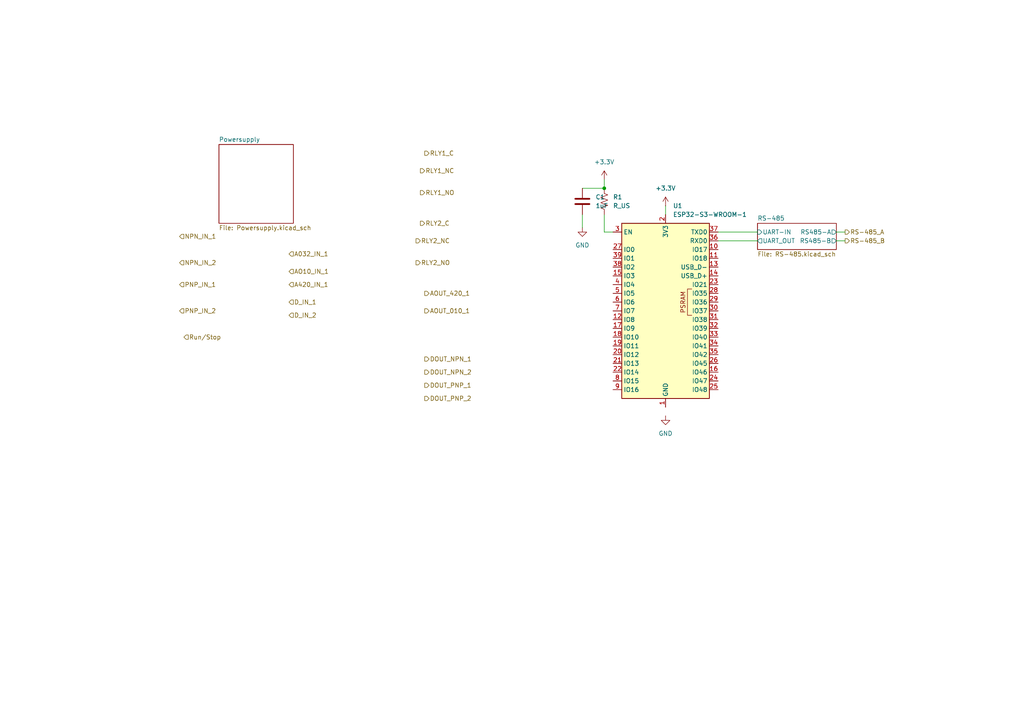
<source format=kicad_sch>
(kicad_sch
	(version 20250114)
	(generator "eeschema")
	(generator_version "9.0")
	(uuid "3208be84-ba9d-4949-a3d2-ec5a6caba55c")
	(paper "A4")
	(lib_symbols
		(symbol "Device:C"
			(pin_numbers
				(hide yes)
			)
			(pin_names
				(offset 0.254)
			)
			(exclude_from_sim no)
			(in_bom yes)
			(on_board yes)
			(property "Reference" "C"
				(at 0.635 2.54 0)
				(effects
					(font
						(size 1.27 1.27)
					)
					(justify left)
				)
			)
			(property "Value" "C"
				(at 0.635 -2.54 0)
				(effects
					(font
						(size 1.27 1.27)
					)
					(justify left)
				)
			)
			(property "Footprint" ""
				(at 0.9652 -3.81 0)
				(effects
					(font
						(size 1.27 1.27)
					)
					(hide yes)
				)
			)
			(property "Datasheet" "~"
				(at 0 0 0)
				(effects
					(font
						(size 1.27 1.27)
					)
					(hide yes)
				)
			)
			(property "Description" "Unpolarized capacitor"
				(at 0 0 0)
				(effects
					(font
						(size 1.27 1.27)
					)
					(hide yes)
				)
			)
			(property "ki_keywords" "cap capacitor"
				(at 0 0 0)
				(effects
					(font
						(size 1.27 1.27)
					)
					(hide yes)
				)
			)
			(property "ki_fp_filters" "C_*"
				(at 0 0 0)
				(effects
					(font
						(size 1.27 1.27)
					)
					(hide yes)
				)
			)
			(symbol "C_0_1"
				(polyline
					(pts
						(xy -2.032 0.762) (xy 2.032 0.762)
					)
					(stroke
						(width 0.508)
						(type default)
					)
					(fill
						(type none)
					)
				)
				(polyline
					(pts
						(xy -2.032 -0.762) (xy 2.032 -0.762)
					)
					(stroke
						(width 0.508)
						(type default)
					)
					(fill
						(type none)
					)
				)
			)
			(symbol "C_1_1"
				(pin passive line
					(at 0 3.81 270)
					(length 2.794)
					(name "~"
						(effects
							(font
								(size 1.27 1.27)
							)
						)
					)
					(number "1"
						(effects
							(font
								(size 1.27 1.27)
							)
						)
					)
				)
				(pin passive line
					(at 0 -3.81 90)
					(length 2.794)
					(name "~"
						(effects
							(font
								(size 1.27 1.27)
							)
						)
					)
					(number "2"
						(effects
							(font
								(size 1.27 1.27)
							)
						)
					)
				)
			)
			(embedded_fonts no)
		)
		(symbol "Device:R_US"
			(pin_numbers
				(hide yes)
			)
			(pin_names
				(offset 0)
			)
			(exclude_from_sim no)
			(in_bom yes)
			(on_board yes)
			(property "Reference" "R"
				(at 2.54 0 90)
				(effects
					(font
						(size 1.27 1.27)
					)
				)
			)
			(property "Value" "R_US"
				(at -2.54 0 90)
				(effects
					(font
						(size 1.27 1.27)
					)
				)
			)
			(property "Footprint" ""
				(at 1.016 -0.254 90)
				(effects
					(font
						(size 1.27 1.27)
					)
					(hide yes)
				)
			)
			(property "Datasheet" "~"
				(at 0 0 0)
				(effects
					(font
						(size 1.27 1.27)
					)
					(hide yes)
				)
			)
			(property "Description" "Resistor, US symbol"
				(at 0 0 0)
				(effects
					(font
						(size 1.27 1.27)
					)
					(hide yes)
				)
			)
			(property "ki_keywords" "R res resistor"
				(at 0 0 0)
				(effects
					(font
						(size 1.27 1.27)
					)
					(hide yes)
				)
			)
			(property "ki_fp_filters" "R_*"
				(at 0 0 0)
				(effects
					(font
						(size 1.27 1.27)
					)
					(hide yes)
				)
			)
			(symbol "R_US_0_1"
				(polyline
					(pts
						(xy 0 2.286) (xy 0 2.54)
					)
					(stroke
						(width 0)
						(type default)
					)
					(fill
						(type none)
					)
				)
				(polyline
					(pts
						(xy 0 2.286) (xy 1.016 1.905) (xy 0 1.524) (xy -1.016 1.143) (xy 0 0.762)
					)
					(stroke
						(width 0)
						(type default)
					)
					(fill
						(type none)
					)
				)
				(polyline
					(pts
						(xy 0 0.762) (xy 1.016 0.381) (xy 0 0) (xy -1.016 -0.381) (xy 0 -0.762)
					)
					(stroke
						(width 0)
						(type default)
					)
					(fill
						(type none)
					)
				)
				(polyline
					(pts
						(xy 0 -0.762) (xy 1.016 -1.143) (xy 0 -1.524) (xy -1.016 -1.905) (xy 0 -2.286)
					)
					(stroke
						(width 0)
						(type default)
					)
					(fill
						(type none)
					)
				)
				(polyline
					(pts
						(xy 0 -2.286) (xy 0 -2.54)
					)
					(stroke
						(width 0)
						(type default)
					)
					(fill
						(type none)
					)
				)
			)
			(symbol "R_US_1_1"
				(pin passive line
					(at 0 3.81 270)
					(length 1.27)
					(name "~"
						(effects
							(font
								(size 1.27 1.27)
							)
						)
					)
					(number "1"
						(effects
							(font
								(size 1.27 1.27)
							)
						)
					)
				)
				(pin passive line
					(at 0 -3.81 90)
					(length 1.27)
					(name "~"
						(effects
							(font
								(size 1.27 1.27)
							)
						)
					)
					(number "2"
						(effects
							(font
								(size 1.27 1.27)
							)
						)
					)
				)
			)
			(embedded_fonts no)
		)
		(symbol "RF_Module:ESP32-S3-WROOM-1"
			(exclude_from_sim no)
			(in_bom yes)
			(on_board yes)
			(property "Reference" "U"
				(at -12.7 26.67 0)
				(effects
					(font
						(size 1.27 1.27)
					)
				)
			)
			(property "Value" "ESP32-S3-WROOM-1"
				(at 12.7 26.67 0)
				(effects
					(font
						(size 1.27 1.27)
					)
				)
			)
			(property "Footprint" "RF_Module:ESP32-S3-WROOM-1"
				(at 0 2.54 0)
				(effects
					(font
						(size 1.27 1.27)
					)
					(hide yes)
				)
			)
			(property "Datasheet" "https://www.espressif.com/sites/default/files/documentation/esp32-s3-wroom-1_wroom-1u_datasheet_en.pdf"
				(at 0 0 0)
				(effects
					(font
						(size 1.27 1.27)
					)
					(hide yes)
				)
			)
			(property "Description" "RF Module, ESP32-S3 SoC, Wi-Fi 802.11b/g/n, Bluetooth, BLE, 32-bit, 3.3V, onboard antenna, SMD"
				(at 0 0 0)
				(effects
					(font
						(size 1.27 1.27)
					)
					(hide yes)
				)
			)
			(property "ki_keywords" "RF Radio BT ESP ESP32-S3 Espressif onboard PCB antenna"
				(at 0 0 0)
				(effects
					(font
						(size 1.27 1.27)
					)
					(hide yes)
				)
			)
			(property "ki_fp_filters" "ESP32?S3?WROOM?1*"
				(at 0 0 0)
				(effects
					(font
						(size 1.27 1.27)
					)
					(hide yes)
				)
			)
			(symbol "ESP32-S3-WROOM-1_0_0"
				(rectangle
					(start -12.7 25.4)
					(end 12.7 -25.4)
					(stroke
						(width 0.254)
						(type default)
					)
					(fill
						(type background)
					)
				)
				(text "PSRAM"
					(at 5.08 2.54 900)
					(effects
						(font
							(size 1.27 1.27)
						)
					)
				)
			)
			(symbol "ESP32-S3-WROOM-1_0_1"
				(polyline
					(pts
						(xy 7.62 -1.27) (xy 6.35 -1.27) (xy 6.35 6.35) (xy 7.62 6.35)
					)
					(stroke
						(width 0)
						(type default)
					)
					(fill
						(type none)
					)
				)
			)
			(symbol "ESP32-S3-WROOM-1_1_1"
				(pin input line
					(at -15.24 22.86 0)
					(length 2.54)
					(name "EN"
						(effects
							(font
								(size 1.27 1.27)
							)
						)
					)
					(number "3"
						(effects
							(font
								(size 1.27 1.27)
							)
						)
					)
				)
				(pin bidirectional line
					(at -15.24 17.78 0)
					(length 2.54)
					(name "IO0"
						(effects
							(font
								(size 1.27 1.27)
							)
						)
					)
					(number "27"
						(effects
							(font
								(size 1.27 1.27)
							)
						)
					)
				)
				(pin bidirectional line
					(at -15.24 15.24 0)
					(length 2.54)
					(name "IO1"
						(effects
							(font
								(size 1.27 1.27)
							)
						)
					)
					(number "39"
						(effects
							(font
								(size 1.27 1.27)
							)
						)
					)
				)
				(pin bidirectional line
					(at -15.24 12.7 0)
					(length 2.54)
					(name "IO2"
						(effects
							(font
								(size 1.27 1.27)
							)
						)
					)
					(number "38"
						(effects
							(font
								(size 1.27 1.27)
							)
						)
					)
				)
				(pin bidirectional line
					(at -15.24 10.16 0)
					(length 2.54)
					(name "IO3"
						(effects
							(font
								(size 1.27 1.27)
							)
						)
					)
					(number "15"
						(effects
							(font
								(size 1.27 1.27)
							)
						)
					)
				)
				(pin bidirectional line
					(at -15.24 7.62 0)
					(length 2.54)
					(name "IO4"
						(effects
							(font
								(size 1.27 1.27)
							)
						)
					)
					(number "4"
						(effects
							(font
								(size 1.27 1.27)
							)
						)
					)
				)
				(pin bidirectional line
					(at -15.24 5.08 0)
					(length 2.54)
					(name "IO5"
						(effects
							(font
								(size 1.27 1.27)
							)
						)
					)
					(number "5"
						(effects
							(font
								(size 1.27 1.27)
							)
						)
					)
				)
				(pin bidirectional line
					(at -15.24 2.54 0)
					(length 2.54)
					(name "IO6"
						(effects
							(font
								(size 1.27 1.27)
							)
						)
					)
					(number "6"
						(effects
							(font
								(size 1.27 1.27)
							)
						)
					)
				)
				(pin bidirectional line
					(at -15.24 0 0)
					(length 2.54)
					(name "IO7"
						(effects
							(font
								(size 1.27 1.27)
							)
						)
					)
					(number "7"
						(effects
							(font
								(size 1.27 1.27)
							)
						)
					)
				)
				(pin bidirectional line
					(at -15.24 -2.54 0)
					(length 2.54)
					(name "IO8"
						(effects
							(font
								(size 1.27 1.27)
							)
						)
					)
					(number "12"
						(effects
							(font
								(size 1.27 1.27)
							)
						)
					)
				)
				(pin bidirectional line
					(at -15.24 -5.08 0)
					(length 2.54)
					(name "IO9"
						(effects
							(font
								(size 1.27 1.27)
							)
						)
					)
					(number "17"
						(effects
							(font
								(size 1.27 1.27)
							)
						)
					)
				)
				(pin bidirectional line
					(at -15.24 -7.62 0)
					(length 2.54)
					(name "IO10"
						(effects
							(font
								(size 1.27 1.27)
							)
						)
					)
					(number "18"
						(effects
							(font
								(size 1.27 1.27)
							)
						)
					)
				)
				(pin bidirectional line
					(at -15.24 -10.16 0)
					(length 2.54)
					(name "IO11"
						(effects
							(font
								(size 1.27 1.27)
							)
						)
					)
					(number "19"
						(effects
							(font
								(size 1.27 1.27)
							)
						)
					)
				)
				(pin bidirectional line
					(at -15.24 -12.7 0)
					(length 2.54)
					(name "IO12"
						(effects
							(font
								(size 1.27 1.27)
							)
						)
					)
					(number "20"
						(effects
							(font
								(size 1.27 1.27)
							)
						)
					)
				)
				(pin bidirectional line
					(at -15.24 -15.24 0)
					(length 2.54)
					(name "IO13"
						(effects
							(font
								(size 1.27 1.27)
							)
						)
					)
					(number "21"
						(effects
							(font
								(size 1.27 1.27)
							)
						)
					)
				)
				(pin bidirectional line
					(at -15.24 -17.78 0)
					(length 2.54)
					(name "IO14"
						(effects
							(font
								(size 1.27 1.27)
							)
						)
					)
					(number "22"
						(effects
							(font
								(size 1.27 1.27)
							)
						)
					)
				)
				(pin bidirectional line
					(at -15.24 -20.32 0)
					(length 2.54)
					(name "IO15"
						(effects
							(font
								(size 1.27 1.27)
							)
						)
					)
					(number "8"
						(effects
							(font
								(size 1.27 1.27)
							)
						)
					)
				)
				(pin bidirectional line
					(at -15.24 -22.86 0)
					(length 2.54)
					(name "IO16"
						(effects
							(font
								(size 1.27 1.27)
							)
						)
					)
					(number "9"
						(effects
							(font
								(size 1.27 1.27)
							)
						)
					)
				)
				(pin power_in line
					(at 0 27.94 270)
					(length 2.54)
					(name "3V3"
						(effects
							(font
								(size 1.27 1.27)
							)
						)
					)
					(number "2"
						(effects
							(font
								(size 1.27 1.27)
							)
						)
					)
				)
				(pin power_in line
					(at 0 -27.94 90)
					(length 2.54)
					(name "GND"
						(effects
							(font
								(size 1.27 1.27)
							)
						)
					)
					(number "1"
						(effects
							(font
								(size 1.27 1.27)
							)
						)
					)
				)
				(pin passive line
					(at 0 -27.94 90)
					(length 2.54)
					(hide yes)
					(name "GND"
						(effects
							(font
								(size 1.27 1.27)
							)
						)
					)
					(number "40"
						(effects
							(font
								(size 1.27 1.27)
							)
						)
					)
				)
				(pin passive line
					(at 0 -27.94 90)
					(length 2.54)
					(hide yes)
					(name "GND"
						(effects
							(font
								(size 1.27 1.27)
							)
						)
					)
					(number "41"
						(effects
							(font
								(size 1.27 1.27)
							)
						)
					)
				)
				(pin bidirectional line
					(at 15.24 22.86 180)
					(length 2.54)
					(name "TXD0"
						(effects
							(font
								(size 1.27 1.27)
							)
						)
					)
					(number "37"
						(effects
							(font
								(size 1.27 1.27)
							)
						)
					)
				)
				(pin bidirectional line
					(at 15.24 20.32 180)
					(length 2.54)
					(name "RXD0"
						(effects
							(font
								(size 1.27 1.27)
							)
						)
					)
					(number "36"
						(effects
							(font
								(size 1.27 1.27)
							)
						)
					)
				)
				(pin bidirectional line
					(at 15.24 17.78 180)
					(length 2.54)
					(name "IO17"
						(effects
							(font
								(size 1.27 1.27)
							)
						)
					)
					(number "10"
						(effects
							(font
								(size 1.27 1.27)
							)
						)
					)
				)
				(pin bidirectional line
					(at 15.24 15.24 180)
					(length 2.54)
					(name "IO18"
						(effects
							(font
								(size 1.27 1.27)
							)
						)
					)
					(number "11"
						(effects
							(font
								(size 1.27 1.27)
							)
						)
					)
				)
				(pin bidirectional line
					(at 15.24 12.7 180)
					(length 2.54)
					(name "USB_D-"
						(effects
							(font
								(size 1.27 1.27)
							)
						)
					)
					(number "13"
						(effects
							(font
								(size 1.27 1.27)
							)
						)
					)
					(alternate "IO19" bidirectional line)
				)
				(pin bidirectional line
					(at 15.24 10.16 180)
					(length 2.54)
					(name "USB_D+"
						(effects
							(font
								(size 1.27 1.27)
							)
						)
					)
					(number "14"
						(effects
							(font
								(size 1.27 1.27)
							)
						)
					)
					(alternate "IO20" bidirectional line)
				)
				(pin bidirectional line
					(at 15.24 7.62 180)
					(length 2.54)
					(name "IO21"
						(effects
							(font
								(size 1.27 1.27)
							)
						)
					)
					(number "23"
						(effects
							(font
								(size 1.27 1.27)
							)
						)
					)
				)
				(pin bidirectional line
					(at 15.24 5.08 180)
					(length 2.54)
					(name "IO35"
						(effects
							(font
								(size 1.27 1.27)
							)
						)
					)
					(number "28"
						(effects
							(font
								(size 1.27 1.27)
							)
						)
					)
				)
				(pin bidirectional line
					(at 15.24 2.54 180)
					(length 2.54)
					(name "IO36"
						(effects
							(font
								(size 1.27 1.27)
							)
						)
					)
					(number "29"
						(effects
							(font
								(size 1.27 1.27)
							)
						)
					)
				)
				(pin bidirectional line
					(at 15.24 0 180)
					(length 2.54)
					(name "IO37"
						(effects
							(font
								(size 1.27 1.27)
							)
						)
					)
					(number "30"
						(effects
							(font
								(size 1.27 1.27)
							)
						)
					)
				)
				(pin bidirectional line
					(at 15.24 -2.54 180)
					(length 2.54)
					(name "IO38"
						(effects
							(font
								(size 1.27 1.27)
							)
						)
					)
					(number "31"
						(effects
							(font
								(size 1.27 1.27)
							)
						)
					)
				)
				(pin bidirectional line
					(at 15.24 -5.08 180)
					(length 2.54)
					(name "IO39"
						(effects
							(font
								(size 1.27 1.27)
							)
						)
					)
					(number "32"
						(effects
							(font
								(size 1.27 1.27)
							)
						)
					)
				)
				(pin bidirectional line
					(at 15.24 -7.62 180)
					(length 2.54)
					(name "IO40"
						(effects
							(font
								(size 1.27 1.27)
							)
						)
					)
					(number "33"
						(effects
							(font
								(size 1.27 1.27)
							)
						)
					)
				)
				(pin bidirectional line
					(at 15.24 -10.16 180)
					(length 2.54)
					(name "IO41"
						(effects
							(font
								(size 1.27 1.27)
							)
						)
					)
					(number "34"
						(effects
							(font
								(size 1.27 1.27)
							)
						)
					)
				)
				(pin bidirectional line
					(at 15.24 -12.7 180)
					(length 2.54)
					(name "IO42"
						(effects
							(font
								(size 1.27 1.27)
							)
						)
					)
					(number "35"
						(effects
							(font
								(size 1.27 1.27)
							)
						)
					)
				)
				(pin bidirectional line
					(at 15.24 -15.24 180)
					(length 2.54)
					(name "IO45"
						(effects
							(font
								(size 1.27 1.27)
							)
						)
					)
					(number "26"
						(effects
							(font
								(size 1.27 1.27)
							)
						)
					)
				)
				(pin bidirectional line
					(at 15.24 -17.78 180)
					(length 2.54)
					(name "IO46"
						(effects
							(font
								(size 1.27 1.27)
							)
						)
					)
					(number "16"
						(effects
							(font
								(size 1.27 1.27)
							)
						)
					)
				)
				(pin bidirectional line
					(at 15.24 -20.32 180)
					(length 2.54)
					(name "IO47"
						(effects
							(font
								(size 1.27 1.27)
							)
						)
					)
					(number "24"
						(effects
							(font
								(size 1.27 1.27)
							)
						)
					)
				)
				(pin bidirectional line
					(at 15.24 -22.86 180)
					(length 2.54)
					(name "IO48"
						(effects
							(font
								(size 1.27 1.27)
							)
						)
					)
					(number "25"
						(effects
							(font
								(size 1.27 1.27)
							)
						)
					)
				)
			)
			(embedded_fonts no)
		)
		(symbol "power:+3.3V"
			(power)
			(pin_numbers
				(hide yes)
			)
			(pin_names
				(offset 0)
				(hide yes)
			)
			(exclude_from_sim no)
			(in_bom yes)
			(on_board yes)
			(property "Reference" "#PWR"
				(at 0 -3.81 0)
				(effects
					(font
						(size 1.27 1.27)
					)
					(hide yes)
				)
			)
			(property "Value" "+3.3V"
				(at 0 3.556 0)
				(effects
					(font
						(size 1.27 1.27)
					)
				)
			)
			(property "Footprint" ""
				(at 0 0 0)
				(effects
					(font
						(size 1.27 1.27)
					)
					(hide yes)
				)
			)
			(property "Datasheet" ""
				(at 0 0 0)
				(effects
					(font
						(size 1.27 1.27)
					)
					(hide yes)
				)
			)
			(property "Description" "Power symbol creates a global label with name \"+3.3V\""
				(at 0 0 0)
				(effects
					(font
						(size 1.27 1.27)
					)
					(hide yes)
				)
			)
			(property "ki_keywords" "global power"
				(at 0 0 0)
				(effects
					(font
						(size 1.27 1.27)
					)
					(hide yes)
				)
			)
			(symbol "+3.3V_0_1"
				(polyline
					(pts
						(xy -0.762 1.27) (xy 0 2.54)
					)
					(stroke
						(width 0)
						(type default)
					)
					(fill
						(type none)
					)
				)
				(polyline
					(pts
						(xy 0 2.54) (xy 0.762 1.27)
					)
					(stroke
						(width 0)
						(type default)
					)
					(fill
						(type none)
					)
				)
				(polyline
					(pts
						(xy 0 0) (xy 0 2.54)
					)
					(stroke
						(width 0)
						(type default)
					)
					(fill
						(type none)
					)
				)
			)
			(symbol "+3.3V_1_1"
				(pin power_in line
					(at 0 0 90)
					(length 0)
					(name "~"
						(effects
							(font
								(size 1.27 1.27)
							)
						)
					)
					(number "1"
						(effects
							(font
								(size 1.27 1.27)
							)
						)
					)
				)
			)
			(embedded_fonts no)
		)
		(symbol "power:GND"
			(power)
			(pin_numbers
				(hide yes)
			)
			(pin_names
				(offset 0)
				(hide yes)
			)
			(exclude_from_sim no)
			(in_bom yes)
			(on_board yes)
			(property "Reference" "#PWR"
				(at 0 -6.35 0)
				(effects
					(font
						(size 1.27 1.27)
					)
					(hide yes)
				)
			)
			(property "Value" "GND"
				(at 0 -3.81 0)
				(effects
					(font
						(size 1.27 1.27)
					)
				)
			)
			(property "Footprint" ""
				(at 0 0 0)
				(effects
					(font
						(size 1.27 1.27)
					)
					(hide yes)
				)
			)
			(property "Datasheet" ""
				(at 0 0 0)
				(effects
					(font
						(size 1.27 1.27)
					)
					(hide yes)
				)
			)
			(property "Description" "Power symbol creates a global label with name \"GND\" , ground"
				(at 0 0 0)
				(effects
					(font
						(size 1.27 1.27)
					)
					(hide yes)
				)
			)
			(property "ki_keywords" "global power"
				(at 0 0 0)
				(effects
					(font
						(size 1.27 1.27)
					)
					(hide yes)
				)
			)
			(symbol "GND_0_1"
				(polyline
					(pts
						(xy 0 0) (xy 0 -1.27) (xy 1.27 -1.27) (xy 0 -2.54) (xy -1.27 -1.27) (xy 0 -1.27)
					)
					(stroke
						(width 0)
						(type default)
					)
					(fill
						(type none)
					)
				)
			)
			(symbol "GND_1_1"
				(pin power_in line
					(at 0 0 270)
					(length 0)
					(name "~"
						(effects
							(font
								(size 1.27 1.27)
							)
						)
					)
					(number "1"
						(effects
							(font
								(size 1.27 1.27)
							)
						)
					)
				)
			)
			(embedded_fonts no)
		)
	)
	(junction
		(at 175.26 54.61)
		(diameter 0)
		(color 0 0 0 0)
		(uuid "33284e6f-fe2e-4650-966f-6c455ed07e64")
	)
	(wire
		(pts
			(xy 193.04 59.69) (xy 193.04 62.23)
		)
		(stroke
			(width 0)
			(type default)
		)
		(uuid "00511e18-9cec-42ea-b29a-13cce6b401d0")
	)
	(wire
		(pts
			(xy 242.57 69.85) (xy 245.11 69.85)
		)
		(stroke
			(width 0)
			(type default)
		)
		(uuid "07b40ae5-e326-4399-875f-30b1947637c7")
	)
	(wire
		(pts
			(xy 208.28 67.31) (xy 219.71 67.31)
		)
		(stroke
			(width 0)
			(type default)
		)
		(uuid "2474ddd8-a3c8-423f-8d03-f7642ca98ac4")
	)
	(wire
		(pts
			(xy 175.26 62.23) (xy 175.26 67.31)
		)
		(stroke
			(width 0)
			(type default)
		)
		(uuid "457d36e5-8e37-459c-bfc2-7769c16ae6d1")
	)
	(wire
		(pts
			(xy 175.26 52.07) (xy 175.26 54.61)
		)
		(stroke
			(width 0)
			(type default)
		)
		(uuid "517f1484-5445-40b2-bd8e-ab390395bb71")
	)
	(wire
		(pts
			(xy 208.28 69.85) (xy 219.71 69.85)
		)
		(stroke
			(width 0)
			(type default)
		)
		(uuid "5d3eb04e-0116-475c-b37e-fe83963a5dfe")
	)
	(wire
		(pts
			(xy 168.91 62.23) (xy 168.91 66.04)
		)
		(stroke
			(width 0)
			(type default)
		)
		(uuid "644530bd-c504-48fe-a068-df9e60cb4a01")
	)
	(wire
		(pts
			(xy 175.26 67.31) (xy 177.8 67.31)
		)
		(stroke
			(width 0)
			(type default)
		)
		(uuid "e913eeeb-2979-4683-a472-f433c213bca1")
	)
	(wire
		(pts
			(xy 242.57 67.31) (xy 245.11 67.31)
		)
		(stroke
			(width 0)
			(type default)
		)
		(uuid "ed114cc0-8438-4708-8feb-423d8ba55545")
	)
	(wire
		(pts
			(xy 168.91 54.61) (xy 175.26 54.61)
		)
		(stroke
			(width 0)
			(type default)
		)
		(uuid "f75a9836-a5a2-4302-b3ab-120a96a2ccab")
	)
	(hierarchical_label "RLY1_NC"
		(shape output)
		(at 121.92 49.53 0)
		(effects
			(font
				(size 1.27 1.27)
			)
			(justify left)
		)
		(uuid "0395c0b7-5907-43bc-8629-60f9d207a2ee")
	)
	(hierarchical_label "D_IN_2"
		(shape input)
		(at 83.82 91.44 0)
		(effects
			(font
				(size 1.27 1.27)
			)
			(justify left)
		)
		(uuid "0a8a58e0-b6b1-483c-bd0e-6bb53f7b3ecf")
	)
	(hierarchical_label "RS-485_A"
		(shape output)
		(at 245.11 67.31 0)
		(effects
			(font
				(size 1.27 1.27)
			)
			(justify left)
		)
		(uuid "1a1f40e5-ec7f-4dca-9944-cae08b1dfd00")
	)
	(hierarchical_label "NPN_IN_2"
		(shape input)
		(at 52.07 76.2 0)
		(effects
			(font
				(size 1.27 1.27)
			)
			(justify left)
		)
		(uuid "3425e9b3-7eee-403f-b4c5-6205f9b4b90d")
	)
	(hierarchical_label "RLY2_NC"
		(shape output)
		(at 120.65 69.85 0)
		(effects
			(font
				(size 1.27 1.27)
			)
			(justify left)
		)
		(uuid "45cc305d-1a60-4526-a5dc-06ba69813a59")
	)
	(hierarchical_label "AO10_IN_1"
		(shape input)
		(at 83.82 78.74 0)
		(effects
			(font
				(size 1.27 1.27)
			)
			(justify left)
		)
		(uuid "4d50c6fd-e78e-446c-8fd6-5a849c83e86f")
	)
	(hierarchical_label "DOUT_PNP_2"
		(shape output)
		(at 123.19 115.57 0)
		(effects
			(font
				(size 1.27 1.27)
			)
			(justify left)
		)
		(uuid "52df6fc6-8b31-47fc-b668-0b6083c889cb")
	)
	(hierarchical_label "DOUT_NPN_2"
		(shape output)
		(at 123.19 107.95 0)
		(effects
			(font
				(size 1.27 1.27)
			)
			(justify left)
		)
		(uuid "5baece86-8437-437a-bf12-afa745c45a0c")
	)
	(hierarchical_label "RLY2_C"
		(shape output)
		(at 121.92 64.77 0)
		(effects
			(font
				(size 1.27 1.27)
			)
			(justify left)
		)
		(uuid "66589708-e3aa-466c-acd7-09161995c486")
	)
	(hierarchical_label "DOUT_PNP_1"
		(shape output)
		(at 123.19 111.76 0)
		(effects
			(font
				(size 1.27 1.27)
			)
			(justify left)
		)
		(uuid "67bc1776-a6a9-4e25-b564-15cb2f154fc5")
	)
	(hierarchical_label "RLY1_NO"
		(shape output)
		(at 121.92 55.88 0)
		(effects
			(font
				(size 1.27 1.27)
			)
			(justify left)
		)
		(uuid "6a779d8a-3d73-46e0-9d55-739beadc5661")
	)
	(hierarchical_label "PNP_IN_1"
		(shape input)
		(at 52.07 82.55 0)
		(effects
			(font
				(size 1.27 1.27)
			)
			(justify left)
		)
		(uuid "72b22423-e9e8-4a87-b0fe-6a36612b83a1")
	)
	(hierarchical_label "Run{slash}Stop"
		(shape input)
		(at 53.34 97.79 0)
		(effects
			(font
				(size 1.27 1.27)
			)
			(justify left)
		)
		(uuid "79c1bdcb-83dc-4a5f-b3da-f6dcdb222318")
	)
	(hierarchical_label "RS-485_B"
		(shape output)
		(at 245.11 69.85 0)
		(effects
			(font
				(size 1.27 1.27)
			)
			(justify left)
		)
		(uuid "7ab0c775-b800-4c7b-912c-95491c118351")
	)
	(hierarchical_label "DOUT_NPN_1"
		(shape output)
		(at 123.19 104.14 0)
		(effects
			(font
				(size 1.27 1.27)
			)
			(justify left)
		)
		(uuid "820eae28-c3d7-4d2d-aa2c-8868e4334dcb")
	)
	(hierarchical_label "A420_IN_1"
		(shape input)
		(at 83.82 82.55 0)
		(effects
			(font
				(size 1.27 1.27)
			)
			(justify left)
		)
		(uuid "85f4e8a5-96cd-4d65-bf2f-1173fb9e5e32")
	)
	(hierarchical_label "D_IN_1"
		(shape input)
		(at 83.82 87.63 0)
		(effects
			(font
				(size 1.27 1.27)
			)
			(justify left)
		)
		(uuid "8eefbc54-f927-4df6-9146-6c82f0ee7135")
	)
	(hierarchical_label "AOUT_010_1"
		(shape output)
		(at 123.19 90.17 0)
		(effects
			(font
				(size 1.27 1.27)
			)
			(justify left)
		)
		(uuid "99b9312d-d2c0-40f1-8890-5cc927a8e1a5")
	)
	(hierarchical_label "RLY2_NO"
		(shape output)
		(at 120.65 76.2 0)
		(effects
			(font
				(size 1.27 1.27)
			)
			(justify left)
		)
		(uuid "a19c712e-6966-49f4-84f6-45edd46217af")
	)
	(hierarchical_label "A032_IN_1"
		(shape input)
		(at 83.82 73.66 0)
		(effects
			(font
				(size 1.27 1.27)
			)
			(justify left)
		)
		(uuid "a838f9c4-ec67-4c54-a08b-feee09a672ca")
	)
	(hierarchical_label "AOUT_420_1"
		(shape output)
		(at 123.19 85.09 0)
		(effects
			(font
				(size 1.27 1.27)
			)
			(justify left)
		)
		(uuid "ba423f74-a5e8-41ad-88b2-73ade0eeaebc")
	)
	(hierarchical_label "NPN_IN_1"
		(shape input)
		(at 52.07 68.58 0)
		(effects
			(font
				(size 1.27 1.27)
			)
			(justify left)
		)
		(uuid "e752a6ec-3594-4a8b-9a0a-2087d3cb7c2a")
	)
	(hierarchical_label "RLY1_C"
		(shape output)
		(at 123.19 44.45 0)
		(effects
			(font
				(size 1.27 1.27)
			)
			(justify left)
		)
		(uuid "f61a57af-0bdb-442d-a74b-74458520a545")
	)
	(hierarchical_label "PNP_IN_2"
		(shape input)
		(at 52.07 90.17 0)
		(effects
			(font
				(size 1.27 1.27)
			)
			(justify left)
		)
		(uuid "ff46c3b2-1dcb-448d-baea-9fbfb2d33aa7")
	)
	(symbol
		(lib_id "power:GND")
		(at 193.04 120.65 0)
		(unit 1)
		(exclude_from_sim no)
		(in_bom yes)
		(on_board yes)
		(dnp no)
		(fields_autoplaced yes)
		(uuid "12780d86-5956-4d10-947e-9fd628c1de2a")
		(property "Reference" "#PWR09"
			(at 193.04 127 0)
			(effects
				(font
					(size 1.27 1.27)
				)
				(hide yes)
			)
		)
		(property "Value" "GND"
			(at 193.04 125.73 0)
			(effects
				(font
					(size 1.27 1.27)
				)
			)
		)
		(property "Footprint" ""
			(at 193.04 120.65 0)
			(effects
				(font
					(size 1.27 1.27)
				)
				(hide yes)
			)
		)
		(property "Datasheet" ""
			(at 193.04 120.65 0)
			(effects
				(font
					(size 1.27 1.27)
				)
				(hide yes)
			)
		)
		(property "Description" "Power symbol creates a global label with name \"GND\" , ground"
			(at 193.04 120.65 0)
			(effects
				(font
					(size 1.27 1.27)
				)
				(hide yes)
			)
		)
		(pin "1"
			(uuid "82d7d450-33b3-487b-b460-1ca88e65cefa")
		)
		(instances
			(project ""
				(path "/7b1c392c-2914-4bb0-920d-64302523a5b6/1604c367-763d-4903-890d-a854ecd7689a"
					(reference "#PWR09")
					(unit 1)
				)
			)
		)
	)
	(symbol
		(lib_id "Device:C")
		(at 168.91 58.42 0)
		(unit 1)
		(exclude_from_sim no)
		(in_bom yes)
		(on_board yes)
		(dnp no)
		(fields_autoplaced yes)
		(uuid "3a435ada-4b79-4d43-a930-ed4d421d1167")
		(property "Reference" "C1"
			(at 172.72 57.1499 0)
			(effects
				(font
					(size 1.27 1.27)
				)
				(justify left)
			)
		)
		(property "Value" "1uF"
			(at 172.72 59.6899 0)
			(effects
				(font
					(size 1.27 1.27)
				)
				(justify left)
			)
		)
		(property "Footprint" ""
			(at 169.8752 62.23 0)
			(effects
				(font
					(size 1.27 1.27)
				)
				(hide yes)
			)
		)
		(property "Datasheet" "~"
			(at 168.91 58.42 0)
			(effects
				(font
					(size 1.27 1.27)
				)
				(hide yes)
			)
		)
		(property "Description" "Unpolarized capacitor"
			(at 168.91 58.42 0)
			(effects
				(font
					(size 1.27 1.27)
				)
				(hide yes)
			)
		)
		(pin "2"
			(uuid "05cd6d6e-9974-4108-acd5-5aa4de7b817b")
		)
		(pin "1"
			(uuid "a61ac86e-0d61-4246-8b0f-de281f1bc6b6")
		)
		(instances
			(project ""
				(path "/7b1c392c-2914-4bb0-920d-64302523a5b6/1604c367-763d-4903-890d-a854ecd7689a"
					(reference "C1")
					(unit 1)
				)
			)
		)
	)
	(symbol
		(lib_id "power:GND")
		(at 168.91 66.04 0)
		(unit 1)
		(exclude_from_sim no)
		(in_bom yes)
		(on_board yes)
		(dnp no)
		(fields_autoplaced yes)
		(uuid "8a28a091-c779-4505-a3ba-5a6bd2d4db08")
		(property "Reference" "#PWR011"
			(at 168.91 72.39 0)
			(effects
				(font
					(size 1.27 1.27)
				)
				(hide yes)
			)
		)
		(property "Value" "GND"
			(at 168.91 71.12 0)
			(effects
				(font
					(size 1.27 1.27)
				)
			)
		)
		(property "Footprint" ""
			(at 168.91 66.04 0)
			(effects
				(font
					(size 1.27 1.27)
				)
				(hide yes)
			)
		)
		(property "Datasheet" ""
			(at 168.91 66.04 0)
			(effects
				(font
					(size 1.27 1.27)
				)
				(hide yes)
			)
		)
		(property "Description" "Power symbol creates a global label with name \"GND\" , ground"
			(at 168.91 66.04 0)
			(effects
				(font
					(size 1.27 1.27)
				)
				(hide yes)
			)
		)
		(pin "1"
			(uuid "46bb192a-afac-4aaf-9f12-7ea05c34b79c")
		)
		(instances
			(project ""
				(path "/7b1c392c-2914-4bb0-920d-64302523a5b6/1604c367-763d-4903-890d-a854ecd7689a"
					(reference "#PWR011")
					(unit 1)
				)
			)
		)
	)
	(symbol
		(lib_id "RF_Module:ESP32-S3-WROOM-1")
		(at 193.04 90.17 0)
		(unit 1)
		(exclude_from_sim no)
		(in_bom yes)
		(on_board yes)
		(dnp no)
		(fields_autoplaced yes)
		(uuid "900157cb-58f2-474a-a1e2-033158740fef")
		(property "Reference" "U1"
			(at 195.1833 59.69 0)
			(effects
				(font
					(size 1.27 1.27)
				)
				(justify left)
			)
		)
		(property "Value" "ESP32-S3-WROOM-1"
			(at 195.1833 62.23 0)
			(effects
				(font
					(size 1.27 1.27)
				)
				(justify left)
			)
		)
		(property "Footprint" "RF_Module:ESP32-S3-WROOM-1"
			(at 193.04 87.63 0)
			(effects
				(font
					(size 1.27 1.27)
				)
				(hide yes)
			)
		)
		(property "Datasheet" "https://www.espressif.com/sites/default/files/documentation/esp32-s3-wroom-1_wroom-1u_datasheet_en.pdf"
			(at 193.04 90.17 0)
			(effects
				(font
					(size 1.27 1.27)
				)
				(hide yes)
			)
		)
		(property "Description" "RF Module, ESP32-S3 SoC, Wi-Fi 802.11b/g/n, Bluetooth, BLE, 32-bit, 3.3V, onboard antenna, SMD"
			(at 193.04 90.17 0)
			(effects
				(font
					(size 1.27 1.27)
				)
				(hide yes)
			)
		)
		(pin "4"
			(uuid "0c599d69-2f06-453d-a379-804e211520fd")
		)
		(pin "6"
			(uuid "934e7b14-d410-4286-9afb-c9318591adea")
		)
		(pin "27"
			(uuid "0c90ae7a-5964-457b-9697-8333222d572f")
		)
		(pin "39"
			(uuid "6ad3c287-5a46-4b95-b1e9-09bc104710df")
		)
		(pin "38"
			(uuid "09abd574-65c2-4a26-ba9a-47592979ffb0")
		)
		(pin "3"
			(uuid "a03fdf1c-83f6-435a-8a88-c23a196cf862")
		)
		(pin "15"
			(uuid "8ba7f37b-0fdd-4f9b-a274-738817980476")
		)
		(pin "5"
			(uuid "6f13aff5-466f-45b6-b8b2-a3951c639b20")
		)
		(pin "19"
			(uuid "935d16e8-8711-4741-b8fd-3d4fa50cd44e")
		)
		(pin "8"
			(uuid "d45b11e9-4853-464a-9cae-342e2615a15d")
		)
		(pin "7"
			(uuid "9b873cb1-e367-4008-a097-5a86379e0660")
		)
		(pin "12"
			(uuid "cbc88968-4856-4261-a212-d73fa058197d")
		)
		(pin "21"
			(uuid "185be413-92cd-45fb-bfa7-67e0bcb9c981")
		)
		(pin "18"
			(uuid "b5ba8283-a6ae-4d44-a3ba-f73714d7e480")
		)
		(pin "22"
			(uuid "828bd744-7dc5-41de-9189-d93f48fe75ab")
		)
		(pin "9"
			(uuid "1fbe2f1f-a5e3-4e27-80d7-9da44ad16843")
		)
		(pin "17"
			(uuid "04d5a3f0-405b-4f34-ae5b-21b8235aa315")
		)
		(pin "20"
			(uuid "f386fc12-cd2f-4420-980f-67b6bdd14a13")
		)
		(pin "2"
			(uuid "4f3f0edb-7902-4a83-a9d3-211bf09192ed")
		)
		(pin "13"
			(uuid "b07257b5-6d9b-4a3a-a3d8-61ebf6451502")
		)
		(pin "30"
			(uuid "608450ba-5620-4c09-bdfe-354fdaa5e6af")
		)
		(pin "25"
			(uuid "da514809-eca1-4b2e-8e66-02bde3afd417")
		)
		(pin "41"
			(uuid "6393f529-690e-4c64-8db4-e021372adab2")
		)
		(pin "36"
			(uuid "56fc2643-f0fc-4512-a877-6fd3e07480b7")
		)
		(pin "1"
			(uuid "97342933-98be-4fa3-aa20-01dfa7d8b93f")
		)
		(pin "11"
			(uuid "360e4a22-485c-4a3c-8f45-90a18eb43607")
		)
		(pin "32"
			(uuid "1b5b10e6-bcaf-4741-b9c9-c124c830ffdd")
		)
		(pin "26"
			(uuid "a21b0364-79b1-4604-ab45-eac75cc5e1c6")
		)
		(pin "10"
			(uuid "b527bf01-8209-4352-844b-1e2603b6d82a")
		)
		(pin "34"
			(uuid "cf0a3c67-3b3e-4fd7-a641-191a758367f5")
		)
		(pin "23"
			(uuid "7e1d1f4c-a443-44e6-b288-8d99f05845e9")
		)
		(pin "35"
			(uuid "5b2809a2-ac39-4a62-be46-1dda774b0f21")
		)
		(pin "33"
			(uuid "4dab14e1-0745-463c-a7a1-ec1b669f8512")
		)
		(pin "24"
			(uuid "a58faac1-963b-4afb-948e-8923bb2597de")
		)
		(pin "31"
			(uuid "d47d8eb6-f3b2-437a-b570-564d46ef83ba")
		)
		(pin "37"
			(uuid "b1628b40-3c93-441d-8d13-3138a1d5cf52")
		)
		(pin "40"
			(uuid "251191ff-3310-44e2-a52b-e1dfd8855f4c")
		)
		(pin "14"
			(uuid "7d6c2b73-0a9a-43dd-81d6-e36a5e8e6ce5")
		)
		(pin "28"
			(uuid "ed2ba194-7754-4ef9-9e0a-8119e0aee1f3")
		)
		(pin "29"
			(uuid "eceaabbc-2d62-45fd-930e-2d56b1ad05c7")
		)
		(pin "16"
			(uuid "cab94a82-c66f-4553-abfa-236e2357975d")
		)
		(instances
			(project ""
				(path "/7b1c392c-2914-4bb0-920d-64302523a5b6/1604c367-763d-4903-890d-a854ecd7689a"
					(reference "U1")
					(unit 1)
				)
			)
		)
	)
	(symbol
		(lib_id "Device:R_US")
		(at 175.26 58.42 0)
		(unit 1)
		(exclude_from_sim no)
		(in_bom yes)
		(on_board yes)
		(dnp no)
		(fields_autoplaced yes)
		(uuid "9e46ebe5-55ac-4ba6-a428-88c0da8699c8")
		(property "Reference" "R1"
			(at 177.8 57.1499 0)
			(effects
				(font
					(size 1.27 1.27)
				)
				(justify left)
			)
		)
		(property "Value" "R_US"
			(at 177.8 59.6899 0)
			(effects
				(font
					(size 1.27 1.27)
				)
				(justify left)
			)
		)
		(property "Footprint" ""
			(at 176.276 58.674 90)
			(effects
				(font
					(size 1.27 1.27)
				)
				(hide yes)
			)
		)
		(property "Datasheet" "~"
			(at 175.26 58.42 0)
			(effects
				(font
					(size 1.27 1.27)
				)
				(hide yes)
			)
		)
		(property "Description" "Resistor, US symbol"
			(at 175.26 58.42 0)
			(effects
				(font
					(size 1.27 1.27)
				)
				(hide yes)
			)
		)
		(pin "1"
			(uuid "d34d185d-bc37-40b5-a3d3-8f0e388f1cea")
		)
		(pin "2"
			(uuid "457583c8-eed1-4c95-9535-44dfeda25092")
		)
		(instances
			(project ""
				(path "/7b1c392c-2914-4bb0-920d-64302523a5b6/1604c367-763d-4903-890d-a854ecd7689a"
					(reference "R1")
					(unit 1)
				)
			)
		)
	)
	(symbol
		(lib_id "power:+3.3V")
		(at 175.26 52.07 0)
		(unit 1)
		(exclude_from_sim no)
		(in_bom yes)
		(on_board yes)
		(dnp no)
		(fields_autoplaced yes)
		(uuid "a48cf6ca-35e8-47e3-8f7f-4c04edff2ecf")
		(property "Reference" "#PWR010"
			(at 175.26 55.88 0)
			(effects
				(font
					(size 1.27 1.27)
				)
				(hide yes)
			)
		)
		(property "Value" "+3.3V"
			(at 175.26 46.99 0)
			(effects
				(font
					(size 1.27 1.27)
				)
			)
		)
		(property "Footprint" ""
			(at 175.26 52.07 0)
			(effects
				(font
					(size 1.27 1.27)
				)
				(hide yes)
			)
		)
		(property "Datasheet" ""
			(at 175.26 52.07 0)
			(effects
				(font
					(size 1.27 1.27)
				)
				(hide yes)
			)
		)
		(property "Description" "Power symbol creates a global label with name \"+3.3V\""
			(at 175.26 52.07 0)
			(effects
				(font
					(size 1.27 1.27)
				)
				(hide yes)
			)
		)
		(pin "1"
			(uuid "d25143e6-bb5c-4d31-acfa-db0ae191fcc8")
		)
		(instances
			(project "Tarea 4"
				(path "/7b1c392c-2914-4bb0-920d-64302523a5b6/1604c367-763d-4903-890d-a854ecd7689a"
					(reference "#PWR010")
					(unit 1)
				)
			)
		)
	)
	(symbol
		(lib_id "power:+3.3V")
		(at 193.04 59.69 0)
		(unit 1)
		(exclude_from_sim no)
		(in_bom yes)
		(on_board yes)
		(dnp no)
		(fields_autoplaced yes)
		(uuid "aad9a333-e811-4a34-bed5-2667002be0a2")
		(property "Reference" "#PWR08"
			(at 193.04 63.5 0)
			(effects
				(font
					(size 1.27 1.27)
				)
				(hide yes)
			)
		)
		(property "Value" "+3.3V"
			(at 193.04 54.61 0)
			(effects
				(font
					(size 1.27 1.27)
				)
			)
		)
		(property "Footprint" ""
			(at 193.04 59.69 0)
			(effects
				(font
					(size 1.27 1.27)
				)
				(hide yes)
			)
		)
		(property "Datasheet" ""
			(at 193.04 59.69 0)
			(effects
				(font
					(size 1.27 1.27)
				)
				(hide yes)
			)
		)
		(property "Description" "Power symbol creates a global label with name \"+3.3V\""
			(at 193.04 59.69 0)
			(effects
				(font
					(size 1.27 1.27)
				)
				(hide yes)
			)
		)
		(pin "1"
			(uuid "cb2dbbb4-39de-45e4-9c35-3b67c419878c")
		)
		(instances
			(project ""
				(path "/7b1c392c-2914-4bb0-920d-64302523a5b6/1604c367-763d-4903-890d-a854ecd7689a"
					(reference "#PWR08")
					(unit 1)
				)
			)
		)
	)
	(sheet
		(at 219.71 64.77)
		(size 22.86 7.62)
		(exclude_from_sim no)
		(in_bom yes)
		(on_board yes)
		(dnp no)
		(fields_autoplaced yes)
		(stroke
			(width 0.1524)
			(type solid)
		)
		(fill
			(color 0 0 0 0.0000)
		)
		(uuid "8edbcd29-0042-4c0c-a8f7-e660299ab394")
		(property "Sheetname" "RS-485"
			(at 219.71 64.0584 0)
			(effects
				(font
					(size 1.27 1.27)
				)
				(justify left bottom)
			)
		)
		(property "Sheetfile" "RS-485.kicad_sch"
			(at 219.71 72.9746 0)
			(effects
				(font
					(size 1.27 1.27)
				)
				(justify left top)
			)
		)
		(pin "RS485-A" output
			(at 242.57 67.31 0)
			(uuid "3c73b54c-eaa2-4b98-a6c8-6c2ba17d22da")
			(effects
				(font
					(size 1.27 1.27)
				)
				(justify right)
			)
		)
		(pin "RS485-B" output
			(at 242.57 69.85 0)
			(uuid "bbc1dbf8-fd80-47e5-9b6b-dbed73c3dd8f")
			(effects
				(font
					(size 1.27 1.27)
				)
				(justify right)
			)
		)
		(pin "UART-IN" input
			(at 219.71 67.31 180)
			(uuid "2035cec1-124d-4b07-8657-c8345c31ef6a")
			(effects
				(font
					(size 1.27 1.27)
				)
				(justify left)
			)
		)
		(pin "UART_OUT" output
			(at 219.71 69.85 180)
			(uuid "c6c15c56-7298-424c-92d1-135d2a307dea")
			(effects
				(font
					(size 1.27 1.27)
				)
				(justify left)
			)
		)
		(instances
			(project "Tarea 4"
				(path "/7b1c392c-2914-4bb0-920d-64302523a5b6/1604c367-763d-4903-890d-a854ecd7689a"
					(page "4")
				)
			)
		)
	)
	(sheet
		(at 63.5 41.91)
		(size 21.59 22.86)
		(exclude_from_sim no)
		(in_bom yes)
		(on_board yes)
		(dnp no)
		(fields_autoplaced yes)
		(stroke
			(width 0.1524)
			(type solid)
		)
		(fill
			(color 0 0 0 0.0000)
		)
		(uuid "a186869b-ca14-49b7-a48c-fb95d8a02862")
		(property "Sheetname" "Powersupply"
			(at 63.5 41.1984 0)
			(effects
				(font
					(size 1.27 1.27)
				)
				(justify left bottom)
			)
		)
		(property "Sheetfile" "Powersupply.kicad_sch"
			(at 63.5 65.3546 0)
			(effects
				(font
					(size 1.27 1.27)
				)
				(justify left top)
			)
		)
		(instances
			(project "Tarea 4"
				(path "/7b1c392c-2914-4bb0-920d-64302523a5b6/1604c367-763d-4903-890d-a854ecd7689a"
					(page "3")
				)
			)
		)
	)
)

</source>
